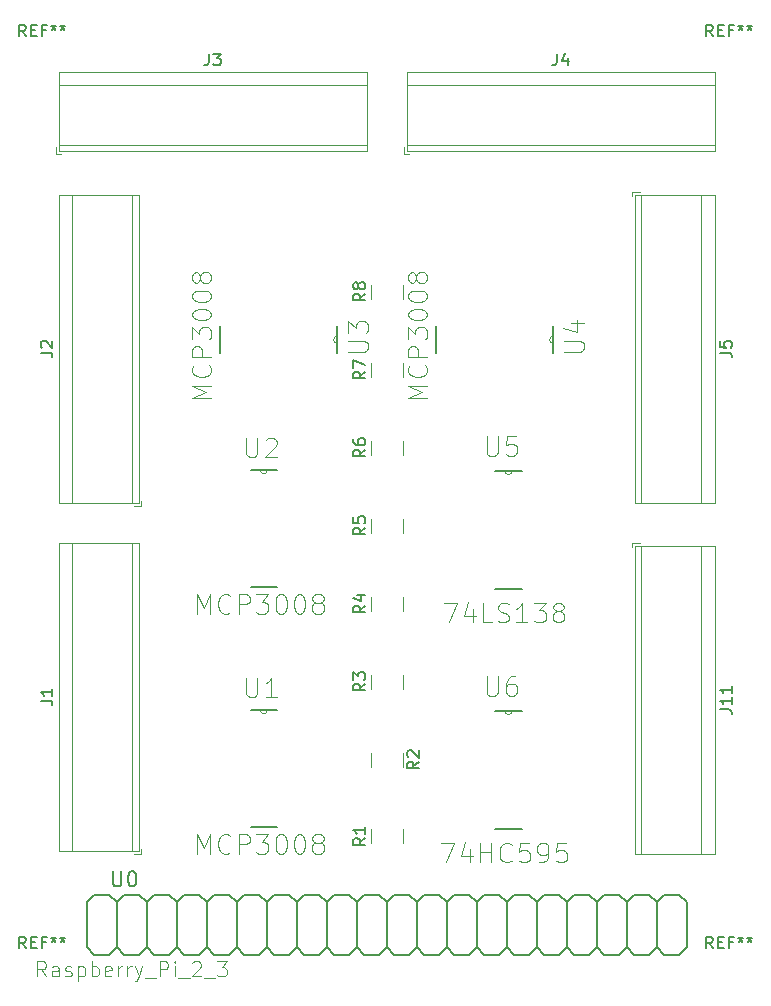
<source format=gbr>
G04 #@! TF.GenerationSoftware,KiCad,Pcbnew,(5.1.2-1)-1*
G04 #@! TF.CreationDate,2019-07-02T18:03:37-05:00*
G04 #@! TF.ProjectId,multiSPI,6d756c74-6953-4504-992e-6b696361645f,rev?*
G04 #@! TF.SameCoordinates,Original*
G04 #@! TF.FileFunction,Legend,Top*
G04 #@! TF.FilePolarity,Positive*
%FSLAX46Y46*%
G04 Gerber Fmt 4.6, Leading zero omitted, Abs format (unit mm)*
G04 Created by KiCad (PCBNEW (5.1.2-1)-1) date 2019-07-02 18:03:37*
%MOMM*%
%LPD*%
G04 APERTURE LIST*
%ADD10C,0.120000*%
%ADD11C,0.100000*%
%ADD12C,0.152400*%
%ADD13C,0.150000*%
%ADD14C,0.050000*%
%ADD15C,0.127000*%
%ADD16C,0.101600*%
G04 APERTURE END LIST*
D10*
X163014000Y-85770000D02*
X163014000Y-86170000D01*
X163654000Y-85770000D02*
X163014000Y-85770000D01*
X169994000Y-112110000D02*
X163254000Y-112110000D01*
X169994000Y-86010000D02*
X163254000Y-86010000D01*
X163254000Y-86010000D02*
X163254000Y-112110000D01*
X169994000Y-86010000D02*
X169994000Y-112110000D01*
X168874000Y-86010000D02*
X168874000Y-112110000D01*
X163774000Y-86010000D02*
X163774000Y-112110000D01*
D11*
X152857200Y-100025200D02*
G75*
G02X152247600Y-100025200I-304800J0D01*
G01*
D12*
X152247600Y-100025200D02*
X151384000Y-100025200D01*
X152857200Y-100025200D02*
X152247600Y-100025200D01*
X153695400Y-100025200D02*
X152857200Y-100025200D01*
X151384000Y-110032800D02*
X153695400Y-110032800D01*
D11*
X152857200Y-79705200D02*
G75*
G02X152247600Y-79705200I-304800J0D01*
G01*
D12*
X152247600Y-79705200D02*
X151384000Y-79705200D01*
X152857200Y-79705200D02*
X152247600Y-79705200D01*
X153695400Y-79705200D02*
X152857200Y-79705200D01*
X151384000Y-89712800D02*
X153695400Y-89712800D01*
D11*
X156337000Y-68884800D02*
G75*
G02X156337000Y-68275200I0J304800D01*
G01*
D12*
X156337000Y-68275200D02*
X156337000Y-67462400D01*
X156337000Y-68884800D02*
X156337000Y-68275200D01*
X156337000Y-69697600D02*
X156337000Y-68884800D01*
X146431000Y-67462400D02*
X146431000Y-69697600D01*
D11*
X138049000Y-68884800D02*
G75*
G02X138049000Y-68275200I0J304800D01*
G01*
D12*
X138049000Y-68275200D02*
X138049000Y-67462400D01*
X138049000Y-68884800D02*
X138049000Y-68275200D01*
X138049000Y-69697600D02*
X138049000Y-68884800D01*
X128143000Y-67462400D02*
X128143000Y-69697600D01*
D11*
X132130800Y-79629000D02*
G75*
G02X131521200Y-79629000I-304800J0D01*
G01*
D12*
X131521200Y-79629000D02*
X130708400Y-79629000D01*
X132130800Y-79629000D02*
X131521200Y-79629000D01*
X132943600Y-79629000D02*
X132130800Y-79629000D01*
X130708400Y-89535000D02*
X132943600Y-89535000D01*
D11*
X132130800Y-99949000D02*
G75*
G02X131521200Y-99949000I-304800J0D01*
G01*
D12*
X131521200Y-99949000D02*
X130708400Y-99949000D01*
X132130800Y-99949000D02*
X131521200Y-99949000D01*
X132943600Y-99949000D02*
X132130800Y-99949000D01*
X130708400Y-109855000D02*
X132943600Y-109855000D01*
X167640000Y-116205000D02*
X167640000Y-120015000D01*
X165100000Y-120015000D02*
X165735000Y-120650000D01*
X167005000Y-120650000D02*
X165735000Y-120650000D01*
X167640000Y-120015000D02*
X167005000Y-120650000D01*
X167005000Y-115570000D02*
X167640000Y-116205000D01*
X167005000Y-115570000D02*
X165735000Y-115570000D01*
X165100000Y-116205000D02*
X165735000Y-115570000D01*
X165100000Y-116205000D02*
X165100000Y-120015000D01*
X162560000Y-116205000D02*
X162560000Y-120015000D01*
X160020000Y-116205000D02*
X160020000Y-120015000D01*
X157480000Y-116205000D02*
X157480000Y-120015000D01*
X154940000Y-116205000D02*
X154940000Y-120015000D01*
X152400000Y-116205000D02*
X152400000Y-120015000D01*
X149860000Y-116205000D02*
X149860000Y-120015000D01*
X147320000Y-116205000D02*
X147320000Y-120015000D01*
X144780000Y-116205000D02*
X144780000Y-120015000D01*
X142240000Y-116205000D02*
X142240000Y-120015000D01*
X139700000Y-116205000D02*
X139700000Y-120015000D01*
X137160000Y-116205000D02*
X137160000Y-120015000D01*
X134620000Y-116205000D02*
X134620000Y-120015000D01*
X132080000Y-116205000D02*
X132080000Y-120015000D01*
X129540000Y-116205000D02*
X129540000Y-120015000D01*
X127000000Y-116205000D02*
X127000000Y-120015000D01*
X124460000Y-116205000D02*
X124460000Y-120015000D01*
X121920000Y-116205000D02*
X121920000Y-120015000D01*
X119380000Y-116205000D02*
X119380000Y-120015000D01*
X132080000Y-120015000D02*
X132715000Y-120650000D01*
X133985000Y-120650000D02*
X132715000Y-120650000D01*
X134620000Y-120015000D02*
X133985000Y-120650000D01*
X134620000Y-120015000D02*
X135255000Y-120650000D01*
X136525000Y-120650000D02*
X135255000Y-120650000D01*
X137160000Y-120015000D02*
X136525000Y-120650000D01*
X137160000Y-120015000D02*
X137795000Y-120650000D01*
X139065000Y-120650000D02*
X137795000Y-120650000D01*
X139700000Y-120015000D02*
X139065000Y-120650000D01*
X139700000Y-120015000D02*
X140335000Y-120650000D01*
X141605000Y-120650000D02*
X140335000Y-120650000D01*
X142240000Y-120015000D02*
X141605000Y-120650000D01*
X142240000Y-120015000D02*
X142875000Y-120650000D01*
X144145000Y-120650000D02*
X142875000Y-120650000D01*
X144780000Y-120015000D02*
X144145000Y-120650000D01*
X144780000Y-120015000D02*
X145415000Y-120650000D01*
X146685000Y-120650000D02*
X145415000Y-120650000D01*
X147320000Y-120015000D02*
X146685000Y-120650000D01*
X147320000Y-120015000D02*
X147955000Y-120650000D01*
X149225000Y-120650000D02*
X147955000Y-120650000D01*
X149860000Y-120015000D02*
X149225000Y-120650000D01*
X149860000Y-120015000D02*
X150495000Y-120650000D01*
X151765000Y-120650000D02*
X150495000Y-120650000D01*
X152400000Y-120015000D02*
X151765000Y-120650000D01*
X153035000Y-120650000D02*
X152400000Y-120015000D01*
X153035000Y-120650000D02*
X154305000Y-120650000D01*
X154940000Y-120015000D02*
X154305000Y-120650000D01*
X155575000Y-120650000D02*
X154940000Y-120015000D01*
X155575000Y-120650000D02*
X156845000Y-120650000D01*
X157480000Y-120015000D02*
X156845000Y-120650000D01*
X157480000Y-120015000D02*
X158115000Y-120650000D01*
X159385000Y-120650000D02*
X158115000Y-120650000D01*
X160020000Y-120015000D02*
X159385000Y-120650000D01*
X160020000Y-120015000D02*
X160655000Y-120650000D01*
X161925000Y-120650000D02*
X160655000Y-120650000D01*
X162560000Y-120015000D02*
X161925000Y-120650000D01*
X162560000Y-120015000D02*
X163195000Y-120650000D01*
X164465000Y-120650000D02*
X163195000Y-120650000D01*
X165100000Y-120015000D02*
X164465000Y-120650000D01*
X164465000Y-115570000D02*
X165100000Y-116205000D01*
X164465000Y-115570000D02*
X163195000Y-115570000D01*
X162560000Y-116205000D02*
X163195000Y-115570000D01*
X161925000Y-115570000D02*
X162560000Y-116205000D01*
X161925000Y-115570000D02*
X160655000Y-115570000D01*
X160020000Y-116205000D02*
X160655000Y-115570000D01*
X159385000Y-115570000D02*
X160020000Y-116205000D01*
X159385000Y-115570000D02*
X158115000Y-115570000D01*
X157480000Y-116205000D02*
X158115000Y-115570000D01*
X156845000Y-115570000D02*
X157480000Y-116205000D01*
X156845000Y-115570000D02*
X155575000Y-115570000D01*
X154940000Y-116205000D02*
X155575000Y-115570000D01*
X154305000Y-115570000D02*
X154940000Y-116205000D01*
X154305000Y-115570000D02*
X153035000Y-115570000D01*
X152400000Y-116205000D02*
X153035000Y-115570000D01*
X151765000Y-115570000D02*
X152400000Y-116205000D01*
X151765000Y-115570000D02*
X150495000Y-115570000D01*
X149860000Y-116205000D02*
X150495000Y-115570000D01*
X149225000Y-115570000D02*
X149860000Y-116205000D01*
X149225000Y-115570000D02*
X147955000Y-115570000D01*
X147320000Y-116205000D02*
X147955000Y-115570000D01*
X147320000Y-116205000D02*
X146685000Y-115570000D01*
X145415000Y-115570000D02*
X146685000Y-115570000D01*
X144780000Y-116205000D02*
X145415000Y-115570000D01*
X144145000Y-115570000D02*
X144780000Y-116205000D01*
X142875000Y-115570000D02*
X144145000Y-115570000D01*
X142240000Y-116205000D02*
X142875000Y-115570000D01*
X141605000Y-115570000D02*
X142240000Y-116205000D01*
X140335000Y-115570000D02*
X141605000Y-115570000D01*
X139700000Y-116205000D02*
X140335000Y-115570000D01*
X139065000Y-115570000D02*
X139700000Y-116205000D01*
X137795000Y-115570000D02*
X139065000Y-115570000D01*
X137160000Y-116205000D02*
X137795000Y-115570000D01*
X136525000Y-115570000D02*
X137160000Y-116205000D01*
X135255000Y-115570000D02*
X136525000Y-115570000D01*
X134620000Y-116205000D02*
X135255000Y-115570000D01*
X133985000Y-115570000D02*
X134620000Y-116205000D01*
X132715000Y-115570000D02*
X133985000Y-115570000D01*
X132080000Y-116205000D02*
X132715000Y-115570000D01*
X131445000Y-115570000D02*
X132080000Y-116205000D01*
X130175000Y-115570000D02*
X131445000Y-115570000D01*
X129540000Y-116205000D02*
X130175000Y-115570000D01*
X128905000Y-115570000D02*
X129540000Y-116205000D01*
X127635000Y-115570000D02*
X128905000Y-115570000D01*
X127000000Y-116205000D02*
X127635000Y-115570000D01*
X126365000Y-115570000D02*
X127000000Y-116205000D01*
X125095000Y-115570000D02*
X126365000Y-115570000D01*
X124460000Y-116205000D02*
X125095000Y-115570000D01*
X123825000Y-115570000D02*
X124460000Y-116205000D01*
X122555000Y-115570000D02*
X123825000Y-115570000D01*
X121920000Y-116205000D02*
X122555000Y-115570000D01*
X121285000Y-115570000D02*
X121920000Y-116205000D01*
X120015000Y-115570000D02*
X121285000Y-115570000D01*
X119380000Y-116205000D02*
X120015000Y-115570000D01*
X118745000Y-115570000D02*
X119380000Y-116205000D01*
X117475000Y-115570000D02*
X118745000Y-115570000D01*
X116840000Y-116205000D02*
X117475000Y-115570000D01*
X116840000Y-120015000D02*
X116840000Y-116205000D01*
X131445000Y-120650000D02*
X132080000Y-120015000D01*
X130175000Y-120650000D02*
X131445000Y-120650000D01*
X129540000Y-120015000D02*
X130175000Y-120650000D01*
X128905000Y-120650000D02*
X129540000Y-120015000D01*
X127635000Y-120650000D02*
X128905000Y-120650000D01*
X127000000Y-120015000D02*
X127635000Y-120650000D01*
X126365000Y-120650000D02*
X127000000Y-120015000D01*
X125095000Y-120650000D02*
X126365000Y-120650000D01*
X124460000Y-120015000D02*
X125095000Y-120650000D01*
X123825000Y-120650000D02*
X124460000Y-120015000D01*
X122555000Y-120650000D02*
X123825000Y-120650000D01*
X121920000Y-120015000D02*
X122555000Y-120650000D01*
X121285000Y-120650000D02*
X121920000Y-120015000D01*
X120015000Y-120650000D02*
X121285000Y-120650000D01*
X119380000Y-120015000D02*
X120015000Y-120650000D01*
X118745000Y-120650000D02*
X119380000Y-120015000D01*
X117475000Y-120650000D02*
X118745000Y-120650000D01*
X116840000Y-120015000D02*
X117475000Y-120650000D01*
D10*
X143600000Y-65118064D02*
X143600000Y-63913936D01*
X140880000Y-65118064D02*
X140880000Y-63913936D01*
X143600000Y-71722064D02*
X143600000Y-70517936D01*
X140880000Y-71722064D02*
X140880000Y-70517936D01*
X143600000Y-78326064D02*
X143600000Y-77121936D01*
X140880000Y-78326064D02*
X140880000Y-77121936D01*
X143600000Y-84930064D02*
X143600000Y-83725936D01*
X140880000Y-84930064D02*
X140880000Y-83725936D01*
X143600000Y-91534064D02*
X143600000Y-90329936D01*
X140880000Y-91534064D02*
X140880000Y-90329936D01*
X143600000Y-98138064D02*
X143600000Y-96933936D01*
X140880000Y-98138064D02*
X140880000Y-96933936D01*
X140880000Y-103537936D02*
X140880000Y-104742064D01*
X143600000Y-103537936D02*
X143600000Y-104742064D01*
X143600000Y-111222064D02*
X143600000Y-110017936D01*
X140880000Y-111222064D02*
X140880000Y-110017936D01*
X163014000Y-56052000D02*
X163014000Y-56452000D01*
X163654000Y-56052000D02*
X163014000Y-56052000D01*
X169994000Y-82392000D02*
X163254000Y-82392000D01*
X169994000Y-56292000D02*
X163254000Y-56292000D01*
X163254000Y-56292000D02*
X163254000Y-82392000D01*
X169994000Y-56292000D02*
X169994000Y-82392000D01*
X168874000Y-56292000D02*
X168874000Y-82392000D01*
X163774000Y-56292000D02*
X163774000Y-82392000D01*
X143682000Y-52886000D02*
X144082000Y-52886000D01*
X143682000Y-52246000D02*
X143682000Y-52886000D01*
X170022000Y-45906000D02*
X170022000Y-52646000D01*
X143922000Y-45906000D02*
X143922000Y-52646000D01*
X143922000Y-52646000D02*
X170022000Y-52646000D01*
X143922000Y-45906000D02*
X170022000Y-45906000D01*
X143922000Y-47026000D02*
X170022000Y-47026000D01*
X143922000Y-52126000D02*
X170022000Y-52126000D01*
X114218000Y-52886000D02*
X114618000Y-52886000D01*
X114218000Y-52246000D02*
X114218000Y-52886000D01*
X140558000Y-45906000D02*
X140558000Y-52646000D01*
X114458000Y-45906000D02*
X114458000Y-52646000D01*
X114458000Y-52646000D02*
X140558000Y-52646000D01*
X114458000Y-45906000D02*
X140558000Y-45906000D01*
X114458000Y-47026000D02*
X140558000Y-47026000D01*
X114458000Y-52126000D02*
X140558000Y-52126000D01*
X121466000Y-82632000D02*
X121466000Y-82232000D01*
X120826000Y-82632000D02*
X121466000Y-82632000D01*
X114486000Y-56292000D02*
X121226000Y-56292000D01*
X114486000Y-82392000D02*
X121226000Y-82392000D01*
X121226000Y-82392000D02*
X121226000Y-56292000D01*
X114486000Y-82392000D02*
X114486000Y-56292000D01*
X115606000Y-82392000D02*
X115606000Y-56292000D01*
X120706000Y-82392000D02*
X120706000Y-56292000D01*
X121466000Y-112096000D02*
X121466000Y-111696000D01*
X120826000Y-112096000D02*
X121466000Y-112096000D01*
X114486000Y-85756000D02*
X121226000Y-85756000D01*
X114486000Y-111856000D02*
X121226000Y-111856000D01*
X121226000Y-111856000D02*
X121226000Y-85756000D01*
X114486000Y-111856000D02*
X114486000Y-85756000D01*
X115606000Y-111856000D02*
X115606000Y-85756000D01*
X120706000Y-111856000D02*
X120706000Y-85756000D01*
D13*
X111696666Y-120118380D02*
X111363333Y-119642190D01*
X111125238Y-120118380D02*
X111125238Y-119118380D01*
X111506190Y-119118380D01*
X111601428Y-119166000D01*
X111649047Y-119213619D01*
X111696666Y-119308857D01*
X111696666Y-119451714D01*
X111649047Y-119546952D01*
X111601428Y-119594571D01*
X111506190Y-119642190D01*
X111125238Y-119642190D01*
X112125238Y-119594571D02*
X112458571Y-119594571D01*
X112601428Y-120118380D02*
X112125238Y-120118380D01*
X112125238Y-119118380D01*
X112601428Y-119118380D01*
X113363333Y-119594571D02*
X113030000Y-119594571D01*
X113030000Y-120118380D02*
X113030000Y-119118380D01*
X113506190Y-119118380D01*
X114030000Y-119118380D02*
X114030000Y-119356476D01*
X113791904Y-119261238D02*
X114030000Y-119356476D01*
X114268095Y-119261238D01*
X113887142Y-119546952D02*
X114030000Y-119356476D01*
X114172857Y-119546952D01*
X114791904Y-119118380D02*
X114791904Y-119356476D01*
X114553809Y-119261238D02*
X114791904Y-119356476D01*
X115030000Y-119261238D01*
X114649047Y-119546952D02*
X114791904Y-119356476D01*
X114934761Y-119546952D01*
X169862666Y-120118380D02*
X169529333Y-119642190D01*
X169291238Y-120118380D02*
X169291238Y-119118380D01*
X169672190Y-119118380D01*
X169767428Y-119166000D01*
X169815047Y-119213619D01*
X169862666Y-119308857D01*
X169862666Y-119451714D01*
X169815047Y-119546952D01*
X169767428Y-119594571D01*
X169672190Y-119642190D01*
X169291238Y-119642190D01*
X170291238Y-119594571D02*
X170624571Y-119594571D01*
X170767428Y-120118380D02*
X170291238Y-120118380D01*
X170291238Y-119118380D01*
X170767428Y-119118380D01*
X171529333Y-119594571D02*
X171196000Y-119594571D01*
X171196000Y-120118380D02*
X171196000Y-119118380D01*
X171672190Y-119118380D01*
X172196000Y-119118380D02*
X172196000Y-119356476D01*
X171957904Y-119261238D02*
X172196000Y-119356476D01*
X172434095Y-119261238D01*
X172053142Y-119546952D02*
X172196000Y-119356476D01*
X172338857Y-119546952D01*
X172957904Y-119118380D02*
X172957904Y-119356476D01*
X172719809Y-119261238D02*
X172957904Y-119356476D01*
X173196000Y-119261238D01*
X172815047Y-119546952D02*
X172957904Y-119356476D01*
X173100761Y-119546952D01*
X169862666Y-42902380D02*
X169529333Y-42426190D01*
X169291238Y-42902380D02*
X169291238Y-41902380D01*
X169672190Y-41902380D01*
X169767428Y-41950000D01*
X169815047Y-41997619D01*
X169862666Y-42092857D01*
X169862666Y-42235714D01*
X169815047Y-42330952D01*
X169767428Y-42378571D01*
X169672190Y-42426190D01*
X169291238Y-42426190D01*
X170291238Y-42378571D02*
X170624571Y-42378571D01*
X170767428Y-42902380D02*
X170291238Y-42902380D01*
X170291238Y-41902380D01*
X170767428Y-41902380D01*
X171529333Y-42378571D02*
X171196000Y-42378571D01*
X171196000Y-42902380D02*
X171196000Y-41902380D01*
X171672190Y-41902380D01*
X172196000Y-41902380D02*
X172196000Y-42140476D01*
X171957904Y-42045238D02*
X172196000Y-42140476D01*
X172434095Y-42045238D01*
X172053142Y-42330952D02*
X172196000Y-42140476D01*
X172338857Y-42330952D01*
X172957904Y-41902380D02*
X172957904Y-42140476D01*
X172719809Y-42045238D02*
X172957904Y-42140476D01*
X173196000Y-42045238D01*
X172815047Y-42330952D02*
X172957904Y-42140476D01*
X173100761Y-42330952D01*
X111696666Y-42902380D02*
X111363333Y-42426190D01*
X111125238Y-42902380D02*
X111125238Y-41902380D01*
X111506190Y-41902380D01*
X111601428Y-41950000D01*
X111649047Y-41997619D01*
X111696666Y-42092857D01*
X111696666Y-42235714D01*
X111649047Y-42330952D01*
X111601428Y-42378571D01*
X111506190Y-42426190D01*
X111125238Y-42426190D01*
X112125238Y-42378571D02*
X112458571Y-42378571D01*
X112601428Y-42902380D02*
X112125238Y-42902380D01*
X112125238Y-41902380D01*
X112601428Y-41902380D01*
X113363333Y-42378571D02*
X113030000Y-42378571D01*
X113030000Y-42902380D02*
X113030000Y-41902380D01*
X113506190Y-41902380D01*
X114030000Y-41902380D02*
X114030000Y-42140476D01*
X113791904Y-42045238D02*
X114030000Y-42140476D01*
X114268095Y-42045238D01*
X113887142Y-42330952D02*
X114030000Y-42140476D01*
X114172857Y-42330952D01*
X114791904Y-41902380D02*
X114791904Y-42140476D01*
X114553809Y-42045238D02*
X114791904Y-42140476D01*
X115030000Y-42045238D01*
X114649047Y-42330952D02*
X114791904Y-42140476D01*
X114934761Y-42330952D01*
X170446380Y-99869523D02*
X171160666Y-99869523D01*
X171303523Y-99917142D01*
X171398761Y-100012380D01*
X171446380Y-100155238D01*
X171446380Y-100250476D01*
X171446380Y-98869523D02*
X171446380Y-99440952D01*
X171446380Y-99155238D02*
X170446380Y-99155238D01*
X170589238Y-99250476D01*
X170684476Y-99345714D01*
X170732095Y-99440952D01*
X171446380Y-97917142D02*
X171446380Y-98488571D01*
X171446380Y-98202857D02*
X170446380Y-98202857D01*
X170589238Y-98298095D01*
X170684476Y-98393333D01*
X170732095Y-98488571D01*
D14*
X150685161Y-97071490D02*
X150685161Y-98401643D01*
X150763405Y-98558132D01*
X150841650Y-98636376D01*
X150998138Y-98714620D01*
X151311115Y-98714620D01*
X151467604Y-98636376D01*
X151545848Y-98558132D01*
X151624092Y-98401643D01*
X151624092Y-97071490D01*
X153110734Y-97071490D02*
X152797757Y-97071490D01*
X152641268Y-97149735D01*
X152563024Y-97227979D01*
X152406535Y-97462712D01*
X152328291Y-97775689D01*
X152328291Y-98401643D01*
X152406535Y-98558132D01*
X152484780Y-98636376D01*
X152641268Y-98714620D01*
X152954245Y-98714620D01*
X153110734Y-98636376D01*
X153188978Y-98558132D01*
X153267222Y-98401643D01*
X153267222Y-98010422D01*
X153188978Y-97853933D01*
X153110734Y-97775689D01*
X152954245Y-97697445D01*
X152641268Y-97697445D01*
X152484780Y-97775689D01*
X152406535Y-97853933D01*
X152328291Y-98010422D01*
X146860825Y-111194625D02*
X147955765Y-111194625D01*
X147251875Y-112837035D01*
X149285335Y-111742095D02*
X149285335Y-112837035D01*
X148894285Y-111116415D02*
X148503235Y-112289565D01*
X149519965Y-112289565D01*
X150145645Y-112837035D02*
X150145645Y-111194625D01*
X150145645Y-111976725D02*
X151084165Y-111976725D01*
X151084165Y-112837035D02*
X151084165Y-111194625D01*
X152804785Y-112680615D02*
X152726575Y-112758825D01*
X152491945Y-112837035D01*
X152335525Y-112837035D01*
X152100895Y-112758825D01*
X151944475Y-112602405D01*
X151866265Y-112445985D01*
X151788055Y-112133145D01*
X151788055Y-111898515D01*
X151866265Y-111585675D01*
X151944475Y-111429255D01*
X152100895Y-111272835D01*
X152335525Y-111194625D01*
X152491945Y-111194625D01*
X152726575Y-111272835D01*
X152804785Y-111351045D01*
X154290775Y-111194625D02*
X153508675Y-111194625D01*
X153430465Y-111976725D01*
X153508675Y-111898515D01*
X153665095Y-111820305D01*
X154056145Y-111820305D01*
X154212565Y-111898515D01*
X154290775Y-111976725D01*
X154368985Y-112133145D01*
X154368985Y-112524195D01*
X154290775Y-112680615D01*
X154212565Y-112758825D01*
X154056145Y-112837035D01*
X153665095Y-112837035D01*
X153508675Y-112758825D01*
X153430465Y-112680615D01*
X155151085Y-112837035D02*
X155463925Y-112837035D01*
X155620345Y-112758825D01*
X155698555Y-112680615D01*
X155854975Y-112445985D01*
X155933185Y-112133145D01*
X155933185Y-111507465D01*
X155854975Y-111351045D01*
X155776765Y-111272835D01*
X155620345Y-111194625D01*
X155307505Y-111194625D01*
X155151085Y-111272835D01*
X155072875Y-111351045D01*
X154994665Y-111507465D01*
X154994665Y-111898515D01*
X155072875Y-112054935D01*
X155151085Y-112133145D01*
X155307505Y-112211355D01*
X155620345Y-112211355D01*
X155776765Y-112133145D01*
X155854975Y-112054935D01*
X155933185Y-111898515D01*
X157419175Y-111194625D02*
X156637075Y-111194625D01*
X156558865Y-111976725D01*
X156637075Y-111898515D01*
X156793495Y-111820305D01*
X157184545Y-111820305D01*
X157340965Y-111898515D01*
X157419175Y-111976725D01*
X157497385Y-112133145D01*
X157497385Y-112524195D01*
X157419175Y-112680615D01*
X157340965Y-112758825D01*
X157184545Y-112837035D01*
X156793495Y-112837035D01*
X156637075Y-112758825D01*
X156558865Y-112680615D01*
X150686261Y-76754720D02*
X150686261Y-78084533D01*
X150764485Y-78240982D01*
X150842710Y-78319206D01*
X150999158Y-78397430D01*
X151312055Y-78397430D01*
X151468504Y-78319206D01*
X151546728Y-78240982D01*
X151624952Y-78084533D01*
X151624952Y-76754720D01*
X153189438Y-76754720D02*
X152407195Y-76754720D01*
X152328971Y-77536963D01*
X152407195Y-77458739D01*
X152563644Y-77380515D01*
X152954765Y-77380515D01*
X153111214Y-77458739D01*
X153189438Y-77536963D01*
X153267662Y-77693412D01*
X153267662Y-78084533D01*
X153189438Y-78240982D01*
X153111214Y-78319206D01*
X152954765Y-78397430D01*
X152563644Y-78397430D01*
X152407195Y-78319206D01*
X152328971Y-78240982D01*
X147097946Y-90874079D02*
X148192540Y-90874079D01*
X147488873Y-92515969D01*
X149521689Y-91421376D02*
X149521689Y-92515969D01*
X149130763Y-90795894D02*
X148739836Y-91968673D01*
X149756245Y-91968673D01*
X151163579Y-92515969D02*
X150381726Y-92515969D01*
X150381726Y-90874079D01*
X151632690Y-92437784D02*
X151867246Y-92515969D01*
X152258172Y-92515969D01*
X152414543Y-92437784D01*
X152492728Y-92359599D01*
X152570913Y-92203228D01*
X152570913Y-92046858D01*
X152492728Y-91890487D01*
X152414543Y-91812302D01*
X152258172Y-91734117D01*
X151945431Y-91655932D01*
X151789061Y-91577746D01*
X151710875Y-91499561D01*
X151632690Y-91343191D01*
X151632690Y-91186820D01*
X151710875Y-91030450D01*
X151789061Y-90952265D01*
X151945431Y-90874079D01*
X152336357Y-90874079D01*
X152570913Y-90952265D01*
X154134618Y-92515969D02*
X153196395Y-92515969D01*
X153665506Y-92515969D02*
X153665506Y-90874079D01*
X153509136Y-91108635D01*
X153352765Y-91265005D01*
X153196395Y-91343191D01*
X154681915Y-90874079D02*
X155698323Y-90874079D01*
X155151026Y-91499561D01*
X155385582Y-91499561D01*
X155541952Y-91577746D01*
X155620137Y-91655932D01*
X155698323Y-91812302D01*
X155698323Y-92203228D01*
X155620137Y-92359599D01*
X155541952Y-92437784D01*
X155385582Y-92515969D01*
X154916470Y-92515969D01*
X154760100Y-92437784D01*
X154681915Y-92359599D01*
X156636545Y-91577746D02*
X156480175Y-91499561D01*
X156401990Y-91421376D01*
X156323805Y-91265005D01*
X156323805Y-91186820D01*
X156401990Y-91030450D01*
X156480175Y-90952265D01*
X156636545Y-90874079D01*
X156949286Y-90874079D01*
X157105657Y-90952265D01*
X157183842Y-91030450D01*
X157262027Y-91186820D01*
X157262027Y-91265005D01*
X157183842Y-91421376D01*
X157105657Y-91499561D01*
X156949286Y-91577746D01*
X156636545Y-91577746D01*
X156480175Y-91655932D01*
X156401990Y-91734117D01*
X156323805Y-91890487D01*
X156323805Y-92203228D01*
X156401990Y-92359599D01*
X156480175Y-92437784D01*
X156636545Y-92515969D01*
X156949286Y-92515969D01*
X157105657Y-92437784D01*
X157183842Y-92359599D01*
X157262027Y-92203228D01*
X157262027Y-91890487D01*
X157183842Y-91734117D01*
X157105657Y-91655932D01*
X156949286Y-91577746D01*
X157274702Y-69602121D02*
X158603891Y-69602121D01*
X158760267Y-69523934D01*
X158838454Y-69445746D01*
X158916642Y-69289371D01*
X158916642Y-68976620D01*
X158838454Y-68820245D01*
X158760267Y-68742058D01*
X158603891Y-68663870D01*
X157274702Y-68663870D01*
X157822015Y-67178305D02*
X158916642Y-67178305D01*
X157196514Y-67569243D02*
X158369329Y-67960181D01*
X158369329Y-66943742D01*
X145673524Y-73560938D02*
X144033304Y-73560938D01*
X145204890Y-73014198D01*
X144033304Y-72467458D01*
X145673524Y-72467458D01*
X145517312Y-70749132D02*
X145595418Y-70827238D01*
X145673524Y-71061555D01*
X145673524Y-71217767D01*
X145595418Y-71452084D01*
X145439207Y-71608295D01*
X145282995Y-71686401D01*
X144970572Y-71764507D01*
X144736255Y-71764507D01*
X144423832Y-71686401D01*
X144267621Y-71608295D01*
X144111410Y-71452084D01*
X144033304Y-71217767D01*
X144033304Y-71061555D01*
X144111410Y-70827238D01*
X144189515Y-70749132D01*
X145673524Y-70046181D02*
X144033304Y-70046181D01*
X144033304Y-69421335D01*
X144111410Y-69265124D01*
X144189515Y-69187018D01*
X144345727Y-69108912D01*
X144580044Y-69108912D01*
X144736255Y-69187018D01*
X144814361Y-69265124D01*
X144892467Y-69421335D01*
X144892467Y-70046181D01*
X144033304Y-68562172D02*
X144033304Y-67546798D01*
X144658150Y-68093538D01*
X144658150Y-67859221D01*
X144736255Y-67703010D01*
X144814361Y-67624904D01*
X144970572Y-67546798D01*
X145361101Y-67546798D01*
X145517312Y-67624904D01*
X145595418Y-67703010D01*
X145673524Y-67859221D01*
X145673524Y-68327855D01*
X145595418Y-68484067D01*
X145517312Y-68562172D01*
X144033304Y-66531424D02*
X144033304Y-66375212D01*
X144111410Y-66219001D01*
X144189515Y-66140895D01*
X144345727Y-66062790D01*
X144658150Y-65984684D01*
X145048678Y-65984684D01*
X145361101Y-66062790D01*
X145517312Y-66140895D01*
X145595418Y-66219001D01*
X145673524Y-66375212D01*
X145673524Y-66531424D01*
X145595418Y-66687635D01*
X145517312Y-66765741D01*
X145361101Y-66843847D01*
X145048678Y-66921952D01*
X144658150Y-66921952D01*
X144345727Y-66843847D01*
X144189515Y-66765741D01*
X144111410Y-66687635D01*
X144033304Y-66531424D01*
X144033304Y-64969310D02*
X144033304Y-64813098D01*
X144111410Y-64656887D01*
X144189515Y-64578781D01*
X144345727Y-64500675D01*
X144658150Y-64422570D01*
X145048678Y-64422570D01*
X145361101Y-64500675D01*
X145517312Y-64578781D01*
X145595418Y-64656887D01*
X145673524Y-64813098D01*
X145673524Y-64969310D01*
X145595418Y-65125521D01*
X145517312Y-65203627D01*
X145361101Y-65281732D01*
X145048678Y-65359838D01*
X144658150Y-65359838D01*
X144345727Y-65281732D01*
X144189515Y-65203627D01*
X144111410Y-65125521D01*
X144033304Y-64969310D01*
X144736255Y-63485301D02*
X144658150Y-63641512D01*
X144580044Y-63719618D01*
X144423832Y-63797724D01*
X144345727Y-63797724D01*
X144189515Y-63719618D01*
X144111410Y-63641512D01*
X144033304Y-63485301D01*
X144033304Y-63172878D01*
X144111410Y-63016667D01*
X144189515Y-62938561D01*
X144345727Y-62860455D01*
X144423832Y-62860455D01*
X144580044Y-62938561D01*
X144658150Y-63016667D01*
X144736255Y-63172878D01*
X144736255Y-63485301D01*
X144814361Y-63641512D01*
X144892467Y-63719618D01*
X145048678Y-63797724D01*
X145361101Y-63797724D01*
X145517312Y-63719618D01*
X145595418Y-63641512D01*
X145673524Y-63485301D01*
X145673524Y-63172878D01*
X145595418Y-63016667D01*
X145517312Y-62938561D01*
X145361101Y-62860455D01*
X145048678Y-62860455D01*
X144892467Y-62938561D01*
X144814361Y-63016667D01*
X144736255Y-63172878D01*
X138986702Y-69602121D02*
X140315891Y-69602121D01*
X140472267Y-69523934D01*
X140550454Y-69445746D01*
X140628642Y-69289371D01*
X140628642Y-68976620D01*
X140550454Y-68820245D01*
X140472267Y-68742058D01*
X140315891Y-68663870D01*
X138986702Y-68663870D01*
X138986702Y-68038369D02*
X138986702Y-67021930D01*
X139612203Y-67569243D01*
X139612203Y-67334680D01*
X139690390Y-67178305D01*
X139768578Y-67100118D01*
X139924953Y-67021930D01*
X140315891Y-67021930D01*
X140472267Y-67100118D01*
X140550454Y-67178305D01*
X140628642Y-67334680D01*
X140628642Y-67803806D01*
X140550454Y-67960181D01*
X140472267Y-68038369D01*
X127385524Y-73560938D02*
X125745304Y-73560938D01*
X126916890Y-73014198D01*
X125745304Y-72467458D01*
X127385524Y-72467458D01*
X127229312Y-70749132D02*
X127307418Y-70827238D01*
X127385524Y-71061555D01*
X127385524Y-71217767D01*
X127307418Y-71452084D01*
X127151207Y-71608295D01*
X126994995Y-71686401D01*
X126682572Y-71764507D01*
X126448255Y-71764507D01*
X126135832Y-71686401D01*
X125979621Y-71608295D01*
X125823410Y-71452084D01*
X125745304Y-71217767D01*
X125745304Y-71061555D01*
X125823410Y-70827238D01*
X125901515Y-70749132D01*
X127385524Y-70046181D02*
X125745304Y-70046181D01*
X125745304Y-69421335D01*
X125823410Y-69265124D01*
X125901515Y-69187018D01*
X126057727Y-69108912D01*
X126292044Y-69108912D01*
X126448255Y-69187018D01*
X126526361Y-69265124D01*
X126604467Y-69421335D01*
X126604467Y-70046181D01*
X125745304Y-68562172D02*
X125745304Y-67546798D01*
X126370150Y-68093538D01*
X126370150Y-67859221D01*
X126448255Y-67703010D01*
X126526361Y-67624904D01*
X126682572Y-67546798D01*
X127073101Y-67546798D01*
X127229312Y-67624904D01*
X127307418Y-67703010D01*
X127385524Y-67859221D01*
X127385524Y-68327855D01*
X127307418Y-68484067D01*
X127229312Y-68562172D01*
X125745304Y-66531424D02*
X125745304Y-66375212D01*
X125823410Y-66219001D01*
X125901515Y-66140895D01*
X126057727Y-66062790D01*
X126370150Y-65984684D01*
X126760678Y-65984684D01*
X127073101Y-66062790D01*
X127229312Y-66140895D01*
X127307418Y-66219001D01*
X127385524Y-66375212D01*
X127385524Y-66531424D01*
X127307418Y-66687635D01*
X127229312Y-66765741D01*
X127073101Y-66843847D01*
X126760678Y-66921952D01*
X126370150Y-66921952D01*
X126057727Y-66843847D01*
X125901515Y-66765741D01*
X125823410Y-66687635D01*
X125745304Y-66531424D01*
X125745304Y-64969310D02*
X125745304Y-64813098D01*
X125823410Y-64656887D01*
X125901515Y-64578781D01*
X126057727Y-64500675D01*
X126370150Y-64422570D01*
X126760678Y-64422570D01*
X127073101Y-64500675D01*
X127229312Y-64578781D01*
X127307418Y-64656887D01*
X127385524Y-64813098D01*
X127385524Y-64969310D01*
X127307418Y-65125521D01*
X127229312Y-65203627D01*
X127073101Y-65281732D01*
X126760678Y-65359838D01*
X126370150Y-65359838D01*
X126057727Y-65281732D01*
X125901515Y-65203627D01*
X125823410Y-65125521D01*
X125745304Y-64969310D01*
X126448255Y-63485301D02*
X126370150Y-63641512D01*
X126292044Y-63719618D01*
X126135832Y-63797724D01*
X126057727Y-63797724D01*
X125901515Y-63719618D01*
X125823410Y-63641512D01*
X125745304Y-63485301D01*
X125745304Y-63172878D01*
X125823410Y-63016667D01*
X125901515Y-62938561D01*
X126057727Y-62860455D01*
X126135832Y-62860455D01*
X126292044Y-62938561D01*
X126370150Y-63016667D01*
X126448255Y-63172878D01*
X126448255Y-63485301D01*
X126526361Y-63641512D01*
X126604467Y-63719618D01*
X126760678Y-63797724D01*
X127073101Y-63797724D01*
X127229312Y-63719618D01*
X127307418Y-63641512D01*
X127385524Y-63485301D01*
X127385524Y-63172878D01*
X127307418Y-63016667D01*
X127229312Y-62938561D01*
X127073101Y-62860455D01*
X126760678Y-62860455D01*
X126604467Y-62938561D01*
X126526361Y-63016667D01*
X126448255Y-63172878D01*
X130346118Y-76892982D02*
X130346118Y-78222171D01*
X130424305Y-78378547D01*
X130502493Y-78456734D01*
X130658868Y-78534922D01*
X130971619Y-78534922D01*
X131127994Y-78456734D01*
X131206181Y-78378547D01*
X131284369Y-78222171D01*
X131284369Y-76892982D01*
X131988058Y-77049357D02*
X132066245Y-76971170D01*
X132222620Y-76892982D01*
X132613559Y-76892982D01*
X132769934Y-76971170D01*
X132848121Y-77049357D01*
X132926309Y-77205732D01*
X132926309Y-77362108D01*
X132848121Y-77596670D01*
X131909870Y-78534922D01*
X132926309Y-78534922D01*
X126184561Y-91776484D02*
X126184561Y-90136264D01*
X126731301Y-91307850D01*
X127278041Y-90136264D01*
X127278041Y-91776484D01*
X128996367Y-91620272D02*
X128918261Y-91698378D01*
X128683944Y-91776484D01*
X128527732Y-91776484D01*
X128293415Y-91698378D01*
X128137204Y-91542167D01*
X128059098Y-91385955D01*
X127980992Y-91073532D01*
X127980992Y-90839215D01*
X128059098Y-90526792D01*
X128137204Y-90370581D01*
X128293415Y-90214370D01*
X128527732Y-90136264D01*
X128683944Y-90136264D01*
X128918261Y-90214370D01*
X128996367Y-90292475D01*
X129699318Y-91776484D02*
X129699318Y-90136264D01*
X130324164Y-90136264D01*
X130480375Y-90214370D01*
X130558481Y-90292475D01*
X130636587Y-90448687D01*
X130636587Y-90683004D01*
X130558481Y-90839215D01*
X130480375Y-90917321D01*
X130324164Y-90995427D01*
X129699318Y-90995427D01*
X131183327Y-90136264D02*
X132198701Y-90136264D01*
X131651961Y-90761110D01*
X131886278Y-90761110D01*
X132042490Y-90839215D01*
X132120595Y-90917321D01*
X132198701Y-91073532D01*
X132198701Y-91464061D01*
X132120595Y-91620272D01*
X132042490Y-91698378D01*
X131886278Y-91776484D01*
X131417644Y-91776484D01*
X131261432Y-91698378D01*
X131183327Y-91620272D01*
X133214075Y-90136264D02*
X133370287Y-90136264D01*
X133526498Y-90214370D01*
X133604604Y-90292475D01*
X133682710Y-90448687D01*
X133760815Y-90761110D01*
X133760815Y-91151638D01*
X133682710Y-91464061D01*
X133604604Y-91620272D01*
X133526498Y-91698378D01*
X133370287Y-91776484D01*
X133214075Y-91776484D01*
X133057864Y-91698378D01*
X132979758Y-91620272D01*
X132901652Y-91464061D01*
X132823547Y-91151638D01*
X132823547Y-90761110D01*
X132901652Y-90448687D01*
X132979758Y-90292475D01*
X133057864Y-90214370D01*
X133214075Y-90136264D01*
X134776190Y-90136264D02*
X134932401Y-90136264D01*
X135088612Y-90214370D01*
X135166718Y-90292475D01*
X135244824Y-90448687D01*
X135322930Y-90761110D01*
X135322930Y-91151638D01*
X135244824Y-91464061D01*
X135166718Y-91620272D01*
X135088612Y-91698378D01*
X134932401Y-91776484D01*
X134776190Y-91776484D01*
X134619978Y-91698378D01*
X134541872Y-91620272D01*
X134463767Y-91464061D01*
X134385661Y-91151638D01*
X134385661Y-90761110D01*
X134463767Y-90448687D01*
X134541872Y-90292475D01*
X134619978Y-90214370D01*
X134776190Y-90136264D01*
X136260198Y-90839215D02*
X136103987Y-90761110D01*
X136025881Y-90683004D01*
X135947775Y-90526792D01*
X135947775Y-90448687D01*
X136025881Y-90292475D01*
X136103987Y-90214370D01*
X136260198Y-90136264D01*
X136572621Y-90136264D01*
X136728832Y-90214370D01*
X136806938Y-90292475D01*
X136885044Y-90448687D01*
X136885044Y-90526792D01*
X136806938Y-90683004D01*
X136728832Y-90761110D01*
X136572621Y-90839215D01*
X136260198Y-90839215D01*
X136103987Y-90917321D01*
X136025881Y-90995427D01*
X135947775Y-91151638D01*
X135947775Y-91464061D01*
X136025881Y-91620272D01*
X136103987Y-91698378D01*
X136260198Y-91776484D01*
X136572621Y-91776484D01*
X136728832Y-91698378D01*
X136806938Y-91620272D01*
X136885044Y-91464061D01*
X136885044Y-91151638D01*
X136806938Y-90995427D01*
X136728832Y-90917321D01*
X136572621Y-90839215D01*
X130346118Y-97212982D02*
X130346118Y-98542171D01*
X130424305Y-98698547D01*
X130502493Y-98776734D01*
X130658868Y-98854922D01*
X130971619Y-98854922D01*
X131127994Y-98776734D01*
X131206181Y-98698547D01*
X131284369Y-98542171D01*
X131284369Y-97212982D01*
X132926309Y-98854922D02*
X131988058Y-98854922D01*
X132457183Y-98854922D02*
X132457183Y-97212982D01*
X132300808Y-97447545D01*
X132144433Y-97603920D01*
X131988058Y-97682108D01*
X126184561Y-112096484D02*
X126184561Y-110456264D01*
X126731301Y-111627850D01*
X127278041Y-110456264D01*
X127278041Y-112096484D01*
X128996367Y-111940272D02*
X128918261Y-112018378D01*
X128683944Y-112096484D01*
X128527732Y-112096484D01*
X128293415Y-112018378D01*
X128137204Y-111862167D01*
X128059098Y-111705955D01*
X127980992Y-111393532D01*
X127980992Y-111159215D01*
X128059098Y-110846792D01*
X128137204Y-110690581D01*
X128293415Y-110534370D01*
X128527732Y-110456264D01*
X128683944Y-110456264D01*
X128918261Y-110534370D01*
X128996367Y-110612475D01*
X129699318Y-112096484D02*
X129699318Y-110456264D01*
X130324164Y-110456264D01*
X130480375Y-110534370D01*
X130558481Y-110612475D01*
X130636587Y-110768687D01*
X130636587Y-111003004D01*
X130558481Y-111159215D01*
X130480375Y-111237321D01*
X130324164Y-111315427D01*
X129699318Y-111315427D01*
X131183327Y-110456264D02*
X132198701Y-110456264D01*
X131651961Y-111081110D01*
X131886278Y-111081110D01*
X132042490Y-111159215D01*
X132120595Y-111237321D01*
X132198701Y-111393532D01*
X132198701Y-111784061D01*
X132120595Y-111940272D01*
X132042490Y-112018378D01*
X131886278Y-112096484D01*
X131417644Y-112096484D01*
X131261432Y-112018378D01*
X131183327Y-111940272D01*
X133214075Y-110456264D02*
X133370287Y-110456264D01*
X133526498Y-110534370D01*
X133604604Y-110612475D01*
X133682710Y-110768687D01*
X133760815Y-111081110D01*
X133760815Y-111471638D01*
X133682710Y-111784061D01*
X133604604Y-111940272D01*
X133526498Y-112018378D01*
X133370287Y-112096484D01*
X133214075Y-112096484D01*
X133057864Y-112018378D01*
X132979758Y-111940272D01*
X132901652Y-111784061D01*
X132823547Y-111471638D01*
X132823547Y-111081110D01*
X132901652Y-110768687D01*
X132979758Y-110612475D01*
X133057864Y-110534370D01*
X133214075Y-110456264D01*
X134776190Y-110456264D02*
X134932401Y-110456264D01*
X135088612Y-110534370D01*
X135166718Y-110612475D01*
X135244824Y-110768687D01*
X135322930Y-111081110D01*
X135322930Y-111471638D01*
X135244824Y-111784061D01*
X135166718Y-111940272D01*
X135088612Y-112018378D01*
X134932401Y-112096484D01*
X134776190Y-112096484D01*
X134619978Y-112018378D01*
X134541872Y-111940272D01*
X134463767Y-111784061D01*
X134385661Y-111471638D01*
X134385661Y-111081110D01*
X134463767Y-110768687D01*
X134541872Y-110612475D01*
X134619978Y-110534370D01*
X134776190Y-110456264D01*
X136260198Y-111159215D02*
X136103987Y-111081110D01*
X136025881Y-111003004D01*
X135947775Y-110846792D01*
X135947775Y-110768687D01*
X136025881Y-110612475D01*
X136103987Y-110534370D01*
X136260198Y-110456264D01*
X136572621Y-110456264D01*
X136728832Y-110534370D01*
X136806938Y-110612475D01*
X136885044Y-110768687D01*
X136885044Y-110846792D01*
X136806938Y-111003004D01*
X136728832Y-111081110D01*
X136572621Y-111159215D01*
X136260198Y-111159215D01*
X136103987Y-111237321D01*
X136025881Y-111315427D01*
X135947775Y-111471638D01*
X135947775Y-111784061D01*
X136025881Y-111940272D01*
X136103987Y-112018378D01*
X136260198Y-112096484D01*
X136572621Y-112096484D01*
X136728832Y-112018378D01*
X136806938Y-111940272D01*
X136885044Y-111784061D01*
X136885044Y-111471638D01*
X136806938Y-111315427D01*
X136728832Y-111237321D01*
X136572621Y-111159215D01*
D15*
X119047380Y-113604523D02*
X119047380Y-114632619D01*
X119107857Y-114753571D01*
X119168333Y-114814047D01*
X119289285Y-114874523D01*
X119531190Y-114874523D01*
X119652142Y-114814047D01*
X119712619Y-114753571D01*
X119773095Y-114632619D01*
X119773095Y-113604523D01*
X120619761Y-113604523D02*
X120740714Y-113604523D01*
X120861666Y-113665000D01*
X120922142Y-113725476D01*
X120982619Y-113846428D01*
X121043095Y-114088333D01*
X121043095Y-114390714D01*
X120982619Y-114632619D01*
X120922142Y-114753571D01*
X120861666Y-114814047D01*
X120740714Y-114874523D01*
X120619761Y-114874523D01*
X120498809Y-114814047D01*
X120438333Y-114753571D01*
X120377857Y-114632619D01*
X120317380Y-114390714D01*
X120317380Y-114088333D01*
X120377857Y-113846428D01*
X120438333Y-113725476D01*
X120498809Y-113665000D01*
X120619761Y-113604523D01*
D16*
X113392857Y-122494523D02*
X112969523Y-121889761D01*
X112667142Y-122494523D02*
X112667142Y-121224523D01*
X113150952Y-121224523D01*
X113271904Y-121285000D01*
X113332380Y-121345476D01*
X113392857Y-121466428D01*
X113392857Y-121647857D01*
X113332380Y-121768809D01*
X113271904Y-121829285D01*
X113150952Y-121889761D01*
X112667142Y-121889761D01*
X114481428Y-122494523D02*
X114481428Y-121829285D01*
X114420952Y-121708333D01*
X114300000Y-121647857D01*
X114058095Y-121647857D01*
X113937142Y-121708333D01*
X114481428Y-122434047D02*
X114360476Y-122494523D01*
X114058095Y-122494523D01*
X113937142Y-122434047D01*
X113876666Y-122313095D01*
X113876666Y-122192142D01*
X113937142Y-122071190D01*
X114058095Y-122010714D01*
X114360476Y-122010714D01*
X114481428Y-121950238D01*
X115025714Y-122434047D02*
X115146666Y-122494523D01*
X115388571Y-122494523D01*
X115509523Y-122434047D01*
X115570000Y-122313095D01*
X115570000Y-122252619D01*
X115509523Y-122131666D01*
X115388571Y-122071190D01*
X115207142Y-122071190D01*
X115086190Y-122010714D01*
X115025714Y-121889761D01*
X115025714Y-121829285D01*
X115086190Y-121708333D01*
X115207142Y-121647857D01*
X115388571Y-121647857D01*
X115509523Y-121708333D01*
X116114285Y-121647857D02*
X116114285Y-122917857D01*
X116114285Y-121708333D02*
X116235238Y-121647857D01*
X116477142Y-121647857D01*
X116598095Y-121708333D01*
X116658571Y-121768809D01*
X116719047Y-121889761D01*
X116719047Y-122252619D01*
X116658571Y-122373571D01*
X116598095Y-122434047D01*
X116477142Y-122494523D01*
X116235238Y-122494523D01*
X116114285Y-122434047D01*
X117263333Y-122494523D02*
X117263333Y-121224523D01*
X117263333Y-121708333D02*
X117384285Y-121647857D01*
X117626190Y-121647857D01*
X117747142Y-121708333D01*
X117807619Y-121768809D01*
X117868095Y-121889761D01*
X117868095Y-122252619D01*
X117807619Y-122373571D01*
X117747142Y-122434047D01*
X117626190Y-122494523D01*
X117384285Y-122494523D01*
X117263333Y-122434047D01*
X118896190Y-122434047D02*
X118775238Y-122494523D01*
X118533333Y-122494523D01*
X118412380Y-122434047D01*
X118351904Y-122313095D01*
X118351904Y-121829285D01*
X118412380Y-121708333D01*
X118533333Y-121647857D01*
X118775238Y-121647857D01*
X118896190Y-121708333D01*
X118956666Y-121829285D01*
X118956666Y-121950238D01*
X118351904Y-122071190D01*
X119500952Y-122494523D02*
X119500952Y-121647857D01*
X119500952Y-121889761D02*
X119561428Y-121768809D01*
X119621904Y-121708333D01*
X119742857Y-121647857D01*
X119863809Y-121647857D01*
X120287142Y-122494523D02*
X120287142Y-121647857D01*
X120287142Y-121889761D02*
X120347619Y-121768809D01*
X120408095Y-121708333D01*
X120529047Y-121647857D01*
X120650000Y-121647857D01*
X120952380Y-121647857D02*
X121254761Y-122494523D01*
X121557142Y-121647857D02*
X121254761Y-122494523D01*
X121133809Y-122796904D01*
X121073333Y-122857380D01*
X120952380Y-122917857D01*
X121738571Y-122615476D02*
X122706190Y-122615476D01*
X123008571Y-122494523D02*
X123008571Y-121224523D01*
X123492380Y-121224523D01*
X123613333Y-121285000D01*
X123673809Y-121345476D01*
X123734285Y-121466428D01*
X123734285Y-121647857D01*
X123673809Y-121768809D01*
X123613333Y-121829285D01*
X123492380Y-121889761D01*
X123008571Y-121889761D01*
X124278571Y-122494523D02*
X124278571Y-121647857D01*
X124278571Y-121224523D02*
X124218095Y-121285000D01*
X124278571Y-121345476D01*
X124339047Y-121285000D01*
X124278571Y-121224523D01*
X124278571Y-121345476D01*
X124580952Y-122615476D02*
X125548571Y-122615476D01*
X125790476Y-121345476D02*
X125850952Y-121285000D01*
X125971904Y-121224523D01*
X126274285Y-121224523D01*
X126395238Y-121285000D01*
X126455714Y-121345476D01*
X126516190Y-121466428D01*
X126516190Y-121587380D01*
X126455714Y-121768809D01*
X125730000Y-122494523D01*
X126516190Y-122494523D01*
X126758095Y-122615476D02*
X127725714Y-122615476D01*
X127907142Y-121224523D02*
X128693333Y-121224523D01*
X128270000Y-121708333D01*
X128451428Y-121708333D01*
X128572380Y-121768809D01*
X128632857Y-121829285D01*
X128693333Y-121950238D01*
X128693333Y-122252619D01*
X128632857Y-122373571D01*
X128572380Y-122434047D01*
X128451428Y-122494523D01*
X128088571Y-122494523D01*
X127967619Y-122434047D01*
X127907142Y-122373571D01*
D13*
X140412380Y-64682666D02*
X139936190Y-65016000D01*
X140412380Y-65254095D02*
X139412380Y-65254095D01*
X139412380Y-64873142D01*
X139460000Y-64777904D01*
X139507619Y-64730285D01*
X139602857Y-64682666D01*
X139745714Y-64682666D01*
X139840952Y-64730285D01*
X139888571Y-64777904D01*
X139936190Y-64873142D01*
X139936190Y-65254095D01*
X139840952Y-64111238D02*
X139793333Y-64206476D01*
X139745714Y-64254095D01*
X139650476Y-64301714D01*
X139602857Y-64301714D01*
X139507619Y-64254095D01*
X139460000Y-64206476D01*
X139412380Y-64111238D01*
X139412380Y-63920761D01*
X139460000Y-63825523D01*
X139507619Y-63777904D01*
X139602857Y-63730285D01*
X139650476Y-63730285D01*
X139745714Y-63777904D01*
X139793333Y-63825523D01*
X139840952Y-63920761D01*
X139840952Y-64111238D01*
X139888571Y-64206476D01*
X139936190Y-64254095D01*
X140031428Y-64301714D01*
X140221904Y-64301714D01*
X140317142Y-64254095D01*
X140364761Y-64206476D01*
X140412380Y-64111238D01*
X140412380Y-63920761D01*
X140364761Y-63825523D01*
X140317142Y-63777904D01*
X140221904Y-63730285D01*
X140031428Y-63730285D01*
X139936190Y-63777904D01*
X139888571Y-63825523D01*
X139840952Y-63920761D01*
X140412380Y-71286666D02*
X139936190Y-71620000D01*
X140412380Y-71858095D02*
X139412380Y-71858095D01*
X139412380Y-71477142D01*
X139460000Y-71381904D01*
X139507619Y-71334285D01*
X139602857Y-71286666D01*
X139745714Y-71286666D01*
X139840952Y-71334285D01*
X139888571Y-71381904D01*
X139936190Y-71477142D01*
X139936190Y-71858095D01*
X139412380Y-70953333D02*
X139412380Y-70286666D01*
X140412380Y-70715238D01*
X140412380Y-77890666D02*
X139936190Y-78224000D01*
X140412380Y-78462095D02*
X139412380Y-78462095D01*
X139412380Y-78081142D01*
X139460000Y-77985904D01*
X139507619Y-77938285D01*
X139602857Y-77890666D01*
X139745714Y-77890666D01*
X139840952Y-77938285D01*
X139888571Y-77985904D01*
X139936190Y-78081142D01*
X139936190Y-78462095D01*
X139412380Y-77033523D02*
X139412380Y-77224000D01*
X139460000Y-77319238D01*
X139507619Y-77366857D01*
X139650476Y-77462095D01*
X139840952Y-77509714D01*
X140221904Y-77509714D01*
X140317142Y-77462095D01*
X140364761Y-77414476D01*
X140412380Y-77319238D01*
X140412380Y-77128761D01*
X140364761Y-77033523D01*
X140317142Y-76985904D01*
X140221904Y-76938285D01*
X139983809Y-76938285D01*
X139888571Y-76985904D01*
X139840952Y-77033523D01*
X139793333Y-77128761D01*
X139793333Y-77319238D01*
X139840952Y-77414476D01*
X139888571Y-77462095D01*
X139983809Y-77509714D01*
X140412380Y-84494666D02*
X139936190Y-84828000D01*
X140412380Y-85066095D02*
X139412380Y-85066095D01*
X139412380Y-84685142D01*
X139460000Y-84589904D01*
X139507619Y-84542285D01*
X139602857Y-84494666D01*
X139745714Y-84494666D01*
X139840952Y-84542285D01*
X139888571Y-84589904D01*
X139936190Y-84685142D01*
X139936190Y-85066095D01*
X139412380Y-83589904D02*
X139412380Y-84066095D01*
X139888571Y-84113714D01*
X139840952Y-84066095D01*
X139793333Y-83970857D01*
X139793333Y-83732761D01*
X139840952Y-83637523D01*
X139888571Y-83589904D01*
X139983809Y-83542285D01*
X140221904Y-83542285D01*
X140317142Y-83589904D01*
X140364761Y-83637523D01*
X140412380Y-83732761D01*
X140412380Y-83970857D01*
X140364761Y-84066095D01*
X140317142Y-84113714D01*
X140412380Y-91098666D02*
X139936190Y-91432000D01*
X140412380Y-91670095D02*
X139412380Y-91670095D01*
X139412380Y-91289142D01*
X139460000Y-91193904D01*
X139507619Y-91146285D01*
X139602857Y-91098666D01*
X139745714Y-91098666D01*
X139840952Y-91146285D01*
X139888571Y-91193904D01*
X139936190Y-91289142D01*
X139936190Y-91670095D01*
X139745714Y-90241523D02*
X140412380Y-90241523D01*
X139364761Y-90479619D02*
X140079047Y-90717714D01*
X140079047Y-90098666D01*
X140412380Y-97702666D02*
X139936190Y-98036000D01*
X140412380Y-98274095D02*
X139412380Y-98274095D01*
X139412380Y-97893142D01*
X139460000Y-97797904D01*
X139507619Y-97750285D01*
X139602857Y-97702666D01*
X139745714Y-97702666D01*
X139840952Y-97750285D01*
X139888571Y-97797904D01*
X139936190Y-97893142D01*
X139936190Y-98274095D01*
X139412380Y-97369333D02*
X139412380Y-96750285D01*
X139793333Y-97083619D01*
X139793333Y-96940761D01*
X139840952Y-96845523D01*
X139888571Y-96797904D01*
X139983809Y-96750285D01*
X140221904Y-96750285D01*
X140317142Y-96797904D01*
X140364761Y-96845523D01*
X140412380Y-96940761D01*
X140412380Y-97226476D01*
X140364761Y-97321714D01*
X140317142Y-97369333D01*
X144972380Y-104306666D02*
X144496190Y-104640000D01*
X144972380Y-104878095D02*
X143972380Y-104878095D01*
X143972380Y-104497142D01*
X144020000Y-104401904D01*
X144067619Y-104354285D01*
X144162857Y-104306666D01*
X144305714Y-104306666D01*
X144400952Y-104354285D01*
X144448571Y-104401904D01*
X144496190Y-104497142D01*
X144496190Y-104878095D01*
X144067619Y-103925714D02*
X144020000Y-103878095D01*
X143972380Y-103782857D01*
X143972380Y-103544761D01*
X144020000Y-103449523D01*
X144067619Y-103401904D01*
X144162857Y-103354285D01*
X144258095Y-103354285D01*
X144400952Y-103401904D01*
X144972380Y-103973333D01*
X144972380Y-103354285D01*
X140412380Y-110786666D02*
X139936190Y-111120000D01*
X140412380Y-111358095D02*
X139412380Y-111358095D01*
X139412380Y-110977142D01*
X139460000Y-110881904D01*
X139507619Y-110834285D01*
X139602857Y-110786666D01*
X139745714Y-110786666D01*
X139840952Y-110834285D01*
X139888571Y-110881904D01*
X139936190Y-110977142D01*
X139936190Y-111358095D01*
X140412380Y-109834285D02*
X140412380Y-110405714D01*
X140412380Y-110120000D02*
X139412380Y-110120000D01*
X139555238Y-110215238D01*
X139650476Y-110310476D01*
X139698095Y-110405714D01*
X170446380Y-69675333D02*
X171160666Y-69675333D01*
X171303523Y-69722952D01*
X171398761Y-69818190D01*
X171446380Y-69961047D01*
X171446380Y-70056285D01*
X170446380Y-68722952D02*
X170446380Y-69199142D01*
X170922571Y-69246761D01*
X170874952Y-69199142D01*
X170827333Y-69103904D01*
X170827333Y-68865809D01*
X170874952Y-68770571D01*
X170922571Y-68722952D01*
X171017809Y-68675333D01*
X171255904Y-68675333D01*
X171351142Y-68722952D01*
X171398761Y-68770571D01*
X171446380Y-68865809D01*
X171446380Y-69103904D01*
X171398761Y-69199142D01*
X171351142Y-69246761D01*
X156638666Y-44358380D02*
X156638666Y-45072666D01*
X156591047Y-45215523D01*
X156495809Y-45310761D01*
X156352952Y-45358380D01*
X156257714Y-45358380D01*
X157543428Y-44691714D02*
X157543428Y-45358380D01*
X157305333Y-44310761D02*
X157067238Y-45025047D01*
X157686285Y-45025047D01*
X127174666Y-44358380D02*
X127174666Y-45072666D01*
X127127047Y-45215523D01*
X127031809Y-45310761D01*
X126888952Y-45358380D01*
X126793714Y-45358380D01*
X127555619Y-44358380D02*
X128174666Y-44358380D01*
X127841333Y-44739333D01*
X127984190Y-44739333D01*
X128079428Y-44786952D01*
X128127047Y-44834571D01*
X128174666Y-44929809D01*
X128174666Y-45167904D01*
X128127047Y-45263142D01*
X128079428Y-45310761D01*
X127984190Y-45358380D01*
X127698476Y-45358380D01*
X127603238Y-45310761D01*
X127555619Y-45263142D01*
X112938380Y-69675333D02*
X113652666Y-69675333D01*
X113795523Y-69722952D01*
X113890761Y-69818190D01*
X113938380Y-69961047D01*
X113938380Y-70056285D01*
X113033619Y-69246761D02*
X112986000Y-69199142D01*
X112938380Y-69103904D01*
X112938380Y-68865809D01*
X112986000Y-68770571D01*
X113033619Y-68722952D01*
X113128857Y-68675333D01*
X113224095Y-68675333D01*
X113366952Y-68722952D01*
X113938380Y-69294380D01*
X113938380Y-68675333D01*
X112938380Y-99139333D02*
X113652666Y-99139333D01*
X113795523Y-99186952D01*
X113890761Y-99282190D01*
X113938380Y-99425047D01*
X113938380Y-99520285D01*
X113938380Y-98139333D02*
X113938380Y-98710761D01*
X113938380Y-98425047D02*
X112938380Y-98425047D01*
X113081238Y-98520285D01*
X113176476Y-98615523D01*
X113224095Y-98710761D01*
M02*

</source>
